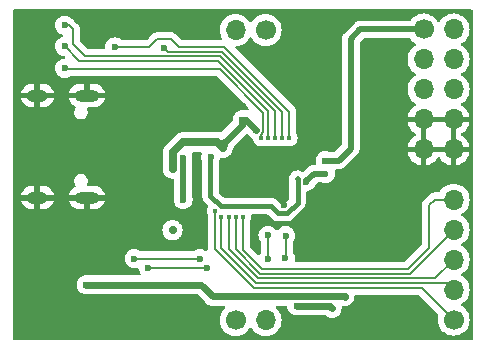
<source format=gbl>
G04 #@! TF.GenerationSoftware,KiCad,Pcbnew,8.0.5*
G04 #@! TF.CreationDate,2024-09-22T09:32:29+02:00*
G04 #@! TF.ProjectId,nPM1300-breakout,6e504d31-3330-4302-9d62-7265616b6f75,rev?*
G04 #@! TF.SameCoordinates,Original*
G04 #@! TF.FileFunction,Copper,L2,Bot*
G04 #@! TF.FilePolarity,Positive*
%FSLAX46Y46*%
G04 Gerber Fmt 4.6, Leading zero omitted, Abs format (unit mm)*
G04 Created by KiCad (PCBNEW 8.0.5) date 2024-09-22 09:32:29*
%MOMM*%
%LPD*%
G01*
G04 APERTURE LIST*
G04 #@! TA.AperFunction,ComponentPad*
%ADD10C,1.700000*%
G04 #@! TD*
G04 #@! TA.AperFunction,ComponentPad*
%ADD11O,1.700000X1.700000*%
G04 #@! TD*
G04 #@! TA.AperFunction,ComponentPad*
%ADD12O,2.100000X1.000000*%
G04 #@! TD*
G04 #@! TA.AperFunction,ComponentPad*
%ADD13O,1.800000X1.000000*%
G04 #@! TD*
G04 #@! TA.AperFunction,ViaPad*
%ADD14C,0.600000*%
G04 #@! TD*
G04 #@! TA.AperFunction,ViaPad*
%ADD15C,0.700000*%
G04 #@! TD*
G04 #@! TA.AperFunction,ViaPad*
%ADD16C,0.500000*%
G04 #@! TD*
G04 #@! TA.AperFunction,ViaPad*
%ADD17C,0.400000*%
G04 #@! TD*
G04 #@! TA.AperFunction,Conductor*
%ADD18C,0.200000*%
G04 #@! TD*
G04 #@! TA.AperFunction,Conductor*
%ADD19C,0.580000*%
G04 #@! TD*
G04 #@! TA.AperFunction,Conductor*
%ADD20C,0.600000*%
G04 #@! TD*
G04 #@! TA.AperFunction,Conductor*
%ADD21C,0.500000*%
G04 #@! TD*
G04 #@! TA.AperFunction,Conductor*
%ADD22C,0.700000*%
G04 #@! TD*
G04 #@! TA.AperFunction,Conductor*
%ADD23C,0.400000*%
G04 #@! TD*
G04 APERTURE END LIST*
D10*
X131390000Y-61930000D03*
D11*
X133930000Y-61930000D03*
X131390000Y-64470000D03*
X133930000Y-64470000D03*
X131390000Y-67010000D03*
X133930000Y-67010000D03*
X131390000Y-69550000D03*
X133930000Y-69550000D03*
X131390000Y-72090000D03*
X133930000Y-72090000D03*
D10*
X115475250Y-86540000D03*
D11*
X118015250Y-86540000D03*
D10*
X118025250Y-61960000D03*
D11*
X115485250Y-61960000D03*
D10*
X133940000Y-86490000D03*
D11*
X133940000Y-83950000D03*
X133940000Y-81410000D03*
X133940000Y-78870000D03*
X133940000Y-76330000D03*
D12*
X102880000Y-67520000D03*
X102880000Y-76160000D03*
D13*
X98700000Y-67520000D03*
X98700000Y-76160000D03*
D14*
X129840000Y-85340000D03*
X117890000Y-73390000D03*
X122260000Y-68810000D03*
X122030000Y-80260000D03*
X104820000Y-68150000D03*
X129050000Y-68450000D03*
X116830000Y-74470000D03*
X119550000Y-76760000D03*
X116830000Y-75530000D03*
X126530000Y-65720000D03*
X117890000Y-74480000D03*
X126580000Y-68550000D03*
X117890000Y-75530000D03*
X123300000Y-77330000D03*
X104700000Y-75580000D03*
X116070000Y-68400000D03*
X103660000Y-62090000D03*
X114940000Y-67780000D03*
X115750000Y-75520000D03*
X129070000Y-65800000D03*
X116830000Y-73390000D03*
X115750000Y-73390000D03*
X112850000Y-78320000D03*
X115750000Y-74470000D03*
X120650000Y-85330000D03*
X123650000Y-85540000D03*
X121451664Y-74802036D03*
X124720000Y-84540000D03*
X123080000Y-74130000D03*
X102830000Y-83530000D03*
X116030000Y-69570000D03*
X117230000Y-70400000D03*
D15*
X110160000Y-73720000D03*
X110140000Y-78920000D03*
X114400000Y-71940000D03*
D14*
X111020000Y-72770000D03*
X111040000Y-76330000D03*
X123080000Y-73030000D03*
X113370000Y-72730000D03*
D16*
X120722029Y-74620000D03*
D14*
X101000000Y-61560000D03*
D17*
X118830000Y-71120000D03*
D14*
X101000000Y-63350000D03*
D17*
X118230000Y-71120000D03*
X117630000Y-71120000D03*
D14*
X101000000Y-65210000D03*
D17*
X113750000Y-77270000D03*
X116080000Y-77780000D03*
X114250000Y-77774364D03*
X115480000Y-77780000D03*
X114880000Y-77780000D03*
D14*
X118220000Y-79360000D03*
X118220000Y-81320000D03*
X106900000Y-81320000D03*
X112480000Y-81320000D03*
X108080000Y-82100000D03*
X119700000Y-81310000D03*
X119710000Y-79390000D03*
X113050000Y-82100000D03*
X109410000Y-63460000D03*
D17*
X119430000Y-71120000D03*
D14*
X105240000Y-63400000D03*
D17*
X120030000Y-71120000D03*
D18*
X114250000Y-77774364D02*
X114250000Y-80457056D01*
X117182944Y-83390000D02*
X133380000Y-83390000D01*
X114250000Y-80457056D02*
X117182944Y-83390000D01*
X133380000Y-83390000D02*
X133940000Y-83950000D01*
X133940000Y-86490000D02*
X131240000Y-83790000D01*
X131240000Y-83790000D02*
X117017258Y-83790000D01*
X117017258Y-83790000D02*
X113710000Y-80482742D01*
X113710000Y-80482742D02*
X113710000Y-77310000D01*
X113710000Y-77310000D02*
X113750000Y-77270000D01*
X115480000Y-77780000D02*
X115480000Y-80555686D01*
X115480000Y-80555686D02*
X117514314Y-82590000D01*
X117514314Y-82590000D02*
X130210000Y-82590000D01*
X130210000Y-82590000D02*
X133930000Y-78870000D01*
X133930000Y-78870000D02*
X133940000Y-78870000D01*
X114880000Y-77780000D02*
X114880000Y-80521371D01*
X114880000Y-80521371D02*
X117348629Y-82990000D01*
X117348629Y-82990000D02*
X132360000Y-82990000D01*
X132360000Y-82990000D02*
X133940000Y-81410000D01*
D19*
X120650000Y-85330000D02*
X123440000Y-85330000D01*
X123440000Y-85330000D02*
X123650000Y-85540000D01*
D20*
X124700000Y-84520000D02*
X124720000Y-84540000D01*
D18*
X121451664Y-74802036D02*
X121451664Y-74798336D01*
D20*
X102830000Y-83530000D02*
X112550000Y-83530000D01*
X112550000Y-83530000D02*
X113540000Y-84520000D01*
D21*
X122120000Y-74130000D02*
X121451664Y-74798336D01*
X123080000Y-74130000D02*
X122120000Y-74130000D01*
D20*
X113540000Y-84520000D02*
X124700000Y-84520000D01*
D22*
X110150000Y-72340000D02*
X110150000Y-73710000D01*
D20*
X114400000Y-71630000D02*
X116030000Y-70000000D01*
X116030000Y-70000000D02*
X116030000Y-69570000D01*
D22*
X114400000Y-71940000D02*
X114400000Y-71630000D01*
D21*
X110150000Y-73710000D02*
X110160000Y-73720000D01*
D20*
X116400000Y-69570000D02*
X117230000Y-70400000D01*
D22*
X114400000Y-71940000D02*
X113930000Y-71470000D01*
X113930000Y-71470000D02*
X111020000Y-71470000D01*
D20*
X116030000Y-69570000D02*
X116400000Y-69570000D01*
D22*
X111020000Y-71470000D02*
X110150000Y-72340000D01*
D21*
X111040000Y-76330000D02*
X111040000Y-72790000D01*
X111040000Y-72790000D02*
X111020000Y-72770000D01*
X123080000Y-73030000D02*
X124210000Y-73030000D01*
X125230000Y-72010000D02*
X125230000Y-62750000D01*
X126050000Y-61930000D02*
X131390000Y-61930000D01*
X124210000Y-73030000D02*
X125230000Y-72010000D01*
X125230000Y-62750000D02*
X126050000Y-61930000D01*
D23*
X113350000Y-72750000D02*
X113350000Y-76010000D01*
X113370000Y-72730000D02*
X113350000Y-72750000D01*
X119050000Y-77460000D02*
X119839950Y-77460000D01*
X119839950Y-77460000D02*
X120722029Y-76577921D01*
X120722029Y-76577921D02*
X120722029Y-74620000D01*
X114200000Y-76860000D02*
X118450000Y-76860000D01*
X113350000Y-76010000D02*
X114200000Y-76860000D01*
X118450000Y-76860000D02*
X119050000Y-77460000D01*
D18*
X118830000Y-68848629D02*
X118630000Y-68648628D01*
X101350000Y-61560000D02*
X101000000Y-61560000D01*
X101710000Y-61920000D02*
X101350000Y-61560000D01*
X118630000Y-68648628D02*
X114191372Y-64210000D01*
X118830000Y-71120000D02*
X118830000Y-68848629D01*
X102750000Y-64210000D02*
X101710000Y-63170000D01*
X114191372Y-64210000D02*
X102750000Y-64210000D01*
X101710000Y-63170000D02*
X101710000Y-61920000D01*
X118230000Y-68814314D02*
X114025686Y-64610000D01*
X118230000Y-71120000D02*
X118230000Y-68814314D01*
X114025686Y-64610000D02*
X102260000Y-64610000D01*
X102260000Y-64610000D02*
X101000000Y-63350000D01*
X114120000Y-65270000D02*
X101060000Y-65270000D01*
X117630000Y-71120000D02*
X117630000Y-70848529D01*
X117830000Y-70648529D02*
X117830000Y-68980000D01*
X117630000Y-70848529D02*
X117830000Y-70648529D01*
X117830000Y-68980000D02*
X114120000Y-65270000D01*
X101060000Y-65270000D02*
X101000000Y-65210000D01*
X132330000Y-76330000D02*
X133940000Y-76330000D01*
X116080000Y-77780000D02*
X116080000Y-80590000D01*
X131840000Y-76820000D02*
X132330000Y-76330000D01*
X117680000Y-82190000D02*
X130044314Y-82190000D01*
X131840000Y-80394314D02*
X131840000Y-76820000D01*
X116080000Y-80590000D02*
X117680000Y-82190000D01*
X130044314Y-82190000D02*
X131840000Y-80394314D01*
X118220000Y-79360000D02*
X118220000Y-81260000D01*
X112480000Y-81320000D02*
X106900000Y-81320000D01*
X119710000Y-79390000D02*
X119710000Y-81260000D01*
X113050000Y-82100000D02*
X108080000Y-82100000D01*
X119430000Y-68882943D02*
X114347057Y-63800000D01*
X114347057Y-63800000D02*
X109750000Y-63800000D01*
X119430000Y-71120000D02*
X119430000Y-68882943D01*
X109750000Y-63800000D02*
X109410000Y-63460000D01*
X117731372Y-66618629D02*
X114512743Y-63400000D01*
X120030000Y-68917258D02*
X118072742Y-66960000D01*
X110020000Y-62770000D02*
X108800000Y-62770000D01*
X108150000Y-63420000D02*
X105260000Y-63420000D01*
X114512743Y-63400000D02*
X110650000Y-63400000D01*
X108800000Y-62770000D02*
X108150000Y-63420000D01*
X105260000Y-63420000D02*
X105240000Y-63400000D01*
X118072742Y-66960000D02*
X117731372Y-66618629D01*
X110650000Y-63400000D02*
X110020000Y-62770000D01*
X120030000Y-71120000D02*
X120030000Y-68917258D01*
G04 #@! TA.AperFunction,Conductor*
G36*
X133464075Y-71897007D02*
G01*
X133430000Y-72024174D01*
X133430000Y-72155826D01*
X133464075Y-72282993D01*
X133496988Y-72340000D01*
X131823012Y-72340000D01*
X131855925Y-72282993D01*
X131890000Y-72155826D01*
X131890000Y-72024174D01*
X131855925Y-71897007D01*
X131823012Y-71840000D01*
X133496988Y-71840000D01*
X133464075Y-71897007D01*
G37*
G04 #@! TD.AperFunction*
G04 #@! TA.AperFunction,Conductor*
G36*
X131640000Y-71656988D02*
G01*
X131582993Y-71624075D01*
X131455826Y-71590000D01*
X131324174Y-71590000D01*
X131197007Y-71624075D01*
X131140000Y-71656988D01*
X131140000Y-69983012D01*
X131197007Y-70015925D01*
X131324174Y-70050000D01*
X131455826Y-70050000D01*
X131582993Y-70015925D01*
X131640000Y-69983012D01*
X131640000Y-71656988D01*
G37*
G04 #@! TD.AperFunction*
G04 #@! TA.AperFunction,Conductor*
G36*
X134180000Y-71656988D02*
G01*
X134122993Y-71624075D01*
X133995826Y-71590000D01*
X133864174Y-71590000D01*
X133737007Y-71624075D01*
X133680000Y-71656988D01*
X133680000Y-69983012D01*
X133737007Y-70015925D01*
X133864174Y-70050000D01*
X133995826Y-70050000D01*
X134122993Y-70015925D01*
X134180000Y-69983012D01*
X134180000Y-71656988D01*
G37*
G04 #@! TD.AperFunction*
G04 #@! TA.AperFunction,Conductor*
G36*
X133464075Y-69357007D02*
G01*
X133430000Y-69484174D01*
X133430000Y-69615826D01*
X133464075Y-69742993D01*
X133496988Y-69800000D01*
X131823012Y-69800000D01*
X131855925Y-69742993D01*
X131890000Y-69615826D01*
X131890000Y-69484174D01*
X131855925Y-69357007D01*
X131823012Y-69300000D01*
X133496988Y-69300000D01*
X133464075Y-69357007D01*
G37*
G04 #@! TD.AperFunction*
G04 #@! TA.AperFunction,Conductor*
G36*
X135512539Y-60250185D02*
G01*
X135558294Y-60302989D01*
X135569500Y-60354500D01*
X135569500Y-88135500D01*
X135549815Y-88202539D01*
X135497011Y-88248294D01*
X135445500Y-88259500D01*
X96734500Y-88259500D01*
X96667461Y-88239815D01*
X96621706Y-88187011D01*
X96610500Y-88135500D01*
X96610500Y-78920000D01*
X109284815Y-78920000D01*
X109303503Y-79097805D01*
X109303504Y-79097807D01*
X109358747Y-79267829D01*
X109358750Y-79267835D01*
X109448141Y-79422665D01*
X109489812Y-79468946D01*
X109567764Y-79555521D01*
X109567767Y-79555523D01*
X109567770Y-79555526D01*
X109712407Y-79660612D01*
X109875733Y-79733329D01*
X110050609Y-79770500D01*
X110050610Y-79770500D01*
X110229389Y-79770500D01*
X110229391Y-79770500D01*
X110404267Y-79733329D01*
X110567593Y-79660612D01*
X110712230Y-79555526D01*
X110726882Y-79539254D01*
X110752983Y-79510265D01*
X110831859Y-79422665D01*
X110921250Y-79267835D01*
X110976497Y-79097803D01*
X110995185Y-78920000D01*
X110976497Y-78742197D01*
X110922052Y-78574632D01*
X110921252Y-78572170D01*
X110921249Y-78572164D01*
X110831859Y-78417335D01*
X110785003Y-78365296D01*
X110712235Y-78284478D01*
X110712232Y-78284476D01*
X110712231Y-78284475D01*
X110712230Y-78284474D01*
X110567593Y-78179388D01*
X110404267Y-78106671D01*
X110404265Y-78106670D01*
X110276594Y-78079533D01*
X110229391Y-78069500D01*
X110050609Y-78069500D01*
X110019954Y-78076015D01*
X109875733Y-78106670D01*
X109875728Y-78106672D01*
X109712408Y-78179387D01*
X109567768Y-78284475D01*
X109448140Y-78417336D01*
X109358750Y-78572164D01*
X109358747Y-78572170D01*
X109303504Y-78742192D01*
X109303503Y-78742194D01*
X109284815Y-78920000D01*
X96610500Y-78920000D01*
X96610500Y-75910000D01*
X97330138Y-75910000D01*
X98133012Y-75910000D01*
X98115795Y-75919940D01*
X98059940Y-75975795D01*
X98020444Y-76044204D01*
X98000000Y-76120504D01*
X98000000Y-76199496D01*
X98020444Y-76275796D01*
X98059940Y-76344205D01*
X98115795Y-76400060D01*
X98133012Y-76410000D01*
X97330138Y-76410000D01*
X97338430Y-76451690D01*
X97338430Y-76451692D01*
X97413807Y-76633671D01*
X97413814Y-76633684D01*
X97523248Y-76797462D01*
X97523251Y-76797466D01*
X97662533Y-76936748D01*
X97662537Y-76936751D01*
X97826315Y-77046185D01*
X97826328Y-77046192D01*
X98008306Y-77121569D01*
X98008318Y-77121572D01*
X98201504Y-77159999D01*
X98201508Y-77160000D01*
X98450000Y-77160000D01*
X98450000Y-76460000D01*
X98950000Y-76460000D01*
X98950000Y-77160000D01*
X99198492Y-77160000D01*
X99198495Y-77159999D01*
X99391681Y-77121572D01*
X99391693Y-77121569D01*
X99573671Y-77046192D01*
X99573684Y-77046185D01*
X99737462Y-76936751D01*
X99737466Y-76936748D01*
X99876748Y-76797466D01*
X99876751Y-76797462D01*
X99986185Y-76633684D01*
X99986192Y-76633671D01*
X100061569Y-76451692D01*
X100061569Y-76451690D01*
X100069862Y-76410000D01*
X99266988Y-76410000D01*
X99284205Y-76400060D01*
X99340060Y-76344205D01*
X99379556Y-76275796D01*
X99400000Y-76199496D01*
X99400000Y-76120504D01*
X99379556Y-76044204D01*
X99340060Y-75975795D01*
X99284205Y-75919940D01*
X99266988Y-75910000D01*
X100069862Y-75910000D01*
X101360138Y-75910000D01*
X102163012Y-75910000D01*
X102145795Y-75919940D01*
X102089940Y-75975795D01*
X102050444Y-76044204D01*
X102030000Y-76120504D01*
X102030000Y-76199496D01*
X102050444Y-76275796D01*
X102089940Y-76344205D01*
X102145795Y-76400060D01*
X102163012Y-76410000D01*
X101360138Y-76410000D01*
X101368430Y-76451690D01*
X101368430Y-76451692D01*
X101443807Y-76633671D01*
X101443814Y-76633684D01*
X101553248Y-76797462D01*
X101553251Y-76797466D01*
X101692533Y-76936748D01*
X101692537Y-76936751D01*
X101856315Y-77046185D01*
X101856328Y-77046192D01*
X102038306Y-77121569D01*
X102038318Y-77121572D01*
X102231504Y-77159999D01*
X102231508Y-77160000D01*
X102630000Y-77160000D01*
X102630000Y-76460000D01*
X103130000Y-76460000D01*
X103130000Y-77160000D01*
X103528492Y-77160000D01*
X103528495Y-77159999D01*
X103721681Y-77121572D01*
X103721693Y-77121569D01*
X103903671Y-77046192D01*
X103903684Y-77046185D01*
X104067462Y-76936751D01*
X104067466Y-76936748D01*
X104206748Y-76797466D01*
X104206751Y-76797462D01*
X104316185Y-76633684D01*
X104316192Y-76633671D01*
X104391569Y-76451692D01*
X104391569Y-76451690D01*
X104399862Y-76410000D01*
X103596988Y-76410000D01*
X103614205Y-76400060D01*
X103670060Y-76344205D01*
X103709556Y-76275796D01*
X103730000Y-76199496D01*
X103730000Y-76120504D01*
X103709556Y-76044204D01*
X103670060Y-75975795D01*
X103614205Y-75919940D01*
X103596988Y-75910000D01*
X104399862Y-75910000D01*
X104391569Y-75868309D01*
X104391569Y-75868307D01*
X104316192Y-75686328D01*
X104316185Y-75686315D01*
X104206751Y-75522537D01*
X104206748Y-75522533D01*
X104067466Y-75383251D01*
X104067462Y-75383248D01*
X103903684Y-75273814D01*
X103903671Y-75273807D01*
X103721693Y-75198430D01*
X103721681Y-75198427D01*
X103528495Y-75160000D01*
X103011045Y-75160000D01*
X102944006Y-75140315D01*
X102898251Y-75087511D01*
X102888307Y-75018353D01*
X102903658Y-74974000D01*
X102916279Y-74952138D01*
X102916281Y-74952135D01*
X102955500Y-74805766D01*
X102955500Y-74654234D01*
X102916281Y-74507865D01*
X102840515Y-74376635D01*
X102733365Y-74269485D01*
X102652600Y-74222855D01*
X102602136Y-74193719D01*
X102528950Y-74174109D01*
X102455766Y-74154500D01*
X102304234Y-74154500D01*
X102157863Y-74193719D01*
X102026635Y-74269485D01*
X102026632Y-74269487D01*
X101919487Y-74376632D01*
X101919485Y-74376635D01*
X101843719Y-74507863D01*
X101813674Y-74619997D01*
X101804500Y-74654234D01*
X101804500Y-74805766D01*
X101821851Y-74870521D01*
X101843719Y-74952136D01*
X101868430Y-74994936D01*
X101919485Y-75083365D01*
X101919486Y-75083366D01*
X101923549Y-75090403D01*
X101921346Y-75091674D01*
X101941959Y-75144983D01*
X101927923Y-75213428D01*
X101879112Y-75263420D01*
X101865845Y-75269866D01*
X101856324Y-75273809D01*
X101856315Y-75273814D01*
X101692537Y-75383248D01*
X101692533Y-75383251D01*
X101553251Y-75522533D01*
X101553248Y-75522537D01*
X101443814Y-75686315D01*
X101443807Y-75686328D01*
X101368430Y-75868307D01*
X101368430Y-75868309D01*
X101360138Y-75910000D01*
X100069862Y-75910000D01*
X100061569Y-75868309D01*
X100061569Y-75868307D01*
X99986192Y-75686328D01*
X99986185Y-75686315D01*
X99876751Y-75522537D01*
X99876748Y-75522533D01*
X99737466Y-75383251D01*
X99737462Y-75383248D01*
X99573684Y-75273814D01*
X99573671Y-75273807D01*
X99391693Y-75198430D01*
X99391681Y-75198427D01*
X99198495Y-75160000D01*
X98950000Y-75160000D01*
X98950000Y-75860000D01*
X98450000Y-75860000D01*
X98450000Y-75160000D01*
X98201504Y-75160000D01*
X98008318Y-75198427D01*
X98008306Y-75198430D01*
X97826328Y-75273807D01*
X97826315Y-75273814D01*
X97662537Y-75383248D01*
X97662533Y-75383251D01*
X97523251Y-75522533D01*
X97523248Y-75522537D01*
X97413814Y-75686315D01*
X97413807Y-75686328D01*
X97338430Y-75868307D01*
X97338430Y-75868309D01*
X97330138Y-75910000D01*
X96610500Y-75910000D01*
X96610500Y-67270000D01*
X97330138Y-67270000D01*
X98133012Y-67270000D01*
X98115795Y-67279940D01*
X98059940Y-67335795D01*
X98020444Y-67404204D01*
X98000000Y-67480504D01*
X98000000Y-67559496D01*
X98020444Y-67635796D01*
X98059940Y-67704205D01*
X98115795Y-67760060D01*
X98133012Y-67770000D01*
X97330138Y-67770000D01*
X97338430Y-67811690D01*
X97338430Y-67811692D01*
X97413807Y-67993671D01*
X97413814Y-67993684D01*
X97523248Y-68157462D01*
X97523251Y-68157466D01*
X97662533Y-68296748D01*
X97662537Y-68296751D01*
X97826315Y-68406185D01*
X97826328Y-68406192D01*
X98008306Y-68481569D01*
X98008318Y-68481572D01*
X98201504Y-68519999D01*
X98201508Y-68520000D01*
X98450000Y-68520000D01*
X98450000Y-67820000D01*
X98950000Y-67820000D01*
X98950000Y-68520000D01*
X99198492Y-68520000D01*
X99198495Y-68519999D01*
X99391681Y-68481572D01*
X99391693Y-68481569D01*
X99573671Y-68406192D01*
X99573684Y-68406185D01*
X99737462Y-68296751D01*
X99737466Y-68296748D01*
X99876748Y-68157466D01*
X99876751Y-68157462D01*
X99986185Y-67993684D01*
X99986192Y-67993671D01*
X100061569Y-67811692D01*
X100061569Y-67811690D01*
X100069862Y-67770000D01*
X99266988Y-67770000D01*
X99284205Y-67760060D01*
X99340060Y-67704205D01*
X99379556Y-67635796D01*
X99400000Y-67559496D01*
X99400000Y-67480504D01*
X99379556Y-67404204D01*
X99340060Y-67335795D01*
X99284205Y-67279940D01*
X99266988Y-67270000D01*
X100069862Y-67270000D01*
X101360138Y-67270000D01*
X102163012Y-67270000D01*
X102145795Y-67279940D01*
X102089940Y-67335795D01*
X102050444Y-67404204D01*
X102030000Y-67480504D01*
X102030000Y-67559496D01*
X102050444Y-67635796D01*
X102089940Y-67704205D01*
X102145795Y-67760060D01*
X102163012Y-67770000D01*
X101360138Y-67770000D01*
X101368430Y-67811690D01*
X101368430Y-67811692D01*
X101443807Y-67993671D01*
X101443814Y-67993684D01*
X101553248Y-68157462D01*
X101553251Y-68157466D01*
X101692533Y-68296748D01*
X101692537Y-68296751D01*
X101856315Y-68406185D01*
X101856328Y-68406192D01*
X101865838Y-68410131D01*
X101920243Y-68453970D01*
X101942310Y-68520264D01*
X101925033Y-68587963D01*
X101921350Y-68593405D01*
X101919485Y-68596634D01*
X101919485Y-68596635D01*
X101912390Y-68608922D01*
X101843719Y-68727863D01*
X101812544Y-68844212D01*
X101804500Y-68874234D01*
X101804500Y-69025766D01*
X101815746Y-69067738D01*
X101843719Y-69172136D01*
X101860546Y-69201280D01*
X101919485Y-69303365D01*
X102026635Y-69410515D01*
X102140281Y-69476129D01*
X102154215Y-69484174D01*
X102157865Y-69486281D01*
X102304234Y-69525500D01*
X102304236Y-69525500D01*
X102455764Y-69525500D01*
X102455766Y-69525500D01*
X102602135Y-69486281D01*
X102733365Y-69410515D01*
X102840515Y-69303365D01*
X102916281Y-69172135D01*
X102955500Y-69025766D01*
X102955500Y-68874234D01*
X102916281Y-68727865D01*
X102916279Y-68727861D01*
X102903658Y-68706000D01*
X102887185Y-68638099D01*
X102910038Y-68572073D01*
X102964959Y-68528882D01*
X103011045Y-68520000D01*
X103528492Y-68520000D01*
X103528495Y-68519999D01*
X103721681Y-68481572D01*
X103721693Y-68481569D01*
X103903671Y-68406192D01*
X103903684Y-68406185D01*
X104067462Y-68296751D01*
X104067466Y-68296748D01*
X104206748Y-68157466D01*
X104206751Y-68157462D01*
X104316185Y-67993684D01*
X104316192Y-67993671D01*
X104391569Y-67811692D01*
X104391569Y-67811690D01*
X104399862Y-67770000D01*
X103596988Y-67770000D01*
X103614205Y-67760060D01*
X103670060Y-67704205D01*
X103709556Y-67635796D01*
X103730000Y-67559496D01*
X103730000Y-67480504D01*
X103709556Y-67404204D01*
X103670060Y-67335795D01*
X103614205Y-67279940D01*
X103596988Y-67270000D01*
X104399862Y-67270000D01*
X104391569Y-67228309D01*
X104391569Y-67228307D01*
X104316192Y-67046328D01*
X104316185Y-67046315D01*
X104206751Y-66882537D01*
X104206748Y-66882533D01*
X104067466Y-66743251D01*
X104067462Y-66743248D01*
X103903684Y-66633814D01*
X103903671Y-66633807D01*
X103721693Y-66558430D01*
X103721681Y-66558427D01*
X103528495Y-66520000D01*
X103130000Y-66520000D01*
X103130000Y-67220000D01*
X102630000Y-67220000D01*
X102630000Y-66520000D01*
X102231504Y-66520000D01*
X102038318Y-66558427D01*
X102038306Y-66558430D01*
X101856328Y-66633807D01*
X101856315Y-66633814D01*
X101692537Y-66743248D01*
X101692533Y-66743251D01*
X101553251Y-66882533D01*
X101553248Y-66882537D01*
X101443814Y-67046315D01*
X101443807Y-67046328D01*
X101368430Y-67228307D01*
X101368430Y-67228309D01*
X101360138Y-67270000D01*
X100069862Y-67270000D01*
X100061569Y-67228309D01*
X100061569Y-67228307D01*
X99986192Y-67046328D01*
X99986185Y-67046315D01*
X99876751Y-66882537D01*
X99876748Y-66882533D01*
X99737466Y-66743251D01*
X99737462Y-66743248D01*
X99573684Y-66633814D01*
X99573671Y-66633807D01*
X99391693Y-66558430D01*
X99391681Y-66558427D01*
X99198495Y-66520000D01*
X98950000Y-66520000D01*
X98950000Y-67220000D01*
X98450000Y-67220000D01*
X98450000Y-66520000D01*
X98201504Y-66520000D01*
X98008318Y-66558427D01*
X98008306Y-66558430D01*
X97826328Y-66633807D01*
X97826315Y-66633814D01*
X97662537Y-66743248D01*
X97662533Y-66743251D01*
X97523251Y-66882533D01*
X97523248Y-66882537D01*
X97413814Y-67046315D01*
X97413807Y-67046328D01*
X97338430Y-67228307D01*
X97338430Y-67228309D01*
X97330138Y-67270000D01*
X96610500Y-67270000D01*
X96610500Y-61559996D01*
X100194435Y-61559996D01*
X100194435Y-61560003D01*
X100214630Y-61739249D01*
X100214631Y-61739254D01*
X100274211Y-61909523D01*
X100336746Y-62009046D01*
X100370184Y-62062262D01*
X100497738Y-62189816D01*
X100650478Y-62285789D01*
X100650480Y-62285790D01*
X100799568Y-62337959D01*
X100856344Y-62378680D01*
X100882091Y-62443633D01*
X100868635Y-62512195D01*
X100820247Y-62562597D01*
X100799568Y-62572041D01*
X100650480Y-62624209D01*
X100497737Y-62720184D01*
X100370184Y-62847737D01*
X100274211Y-63000476D01*
X100214631Y-63170745D01*
X100214630Y-63170750D01*
X100194435Y-63349996D01*
X100194435Y-63350003D01*
X100214630Y-63529249D01*
X100214631Y-63529254D01*
X100274211Y-63699523D01*
X100327391Y-63784158D01*
X100370184Y-63852262D01*
X100497738Y-63979816D01*
X100650478Y-64075789D01*
X100820745Y-64135368D01*
X100907669Y-64145161D01*
X100972080Y-64172226D01*
X100981465Y-64180700D01*
X101002348Y-64201583D01*
X101035833Y-64262906D01*
X101030849Y-64332598D01*
X100988977Y-64388531D01*
X100928551Y-64412484D01*
X100820749Y-64424630D01*
X100820745Y-64424631D01*
X100650476Y-64484211D01*
X100497737Y-64580184D01*
X100370184Y-64707737D01*
X100274211Y-64860476D01*
X100214631Y-65030745D01*
X100214630Y-65030750D01*
X100194435Y-65209996D01*
X100194435Y-65210003D01*
X100214630Y-65389249D01*
X100214631Y-65389254D01*
X100274211Y-65559523D01*
X100323789Y-65638425D01*
X100370184Y-65712262D01*
X100497738Y-65839816D01*
X100576819Y-65889506D01*
X100604372Y-65906819D01*
X100650478Y-65935789D01*
X100820739Y-65995366D01*
X100820745Y-65995368D01*
X100820750Y-65995369D01*
X100999996Y-66015565D01*
X101000000Y-66015565D01*
X101000004Y-66015565D01*
X101179249Y-65995369D01*
X101179251Y-65995368D01*
X101179255Y-65995368D01*
X101179258Y-65995366D01*
X101179262Y-65995366D01*
X101269377Y-65963832D01*
X101349522Y-65935789D01*
X101423181Y-65889505D01*
X101489153Y-65870500D01*
X113819903Y-65870500D01*
X113886942Y-65890185D01*
X113907584Y-65906819D01*
X116558584Y-68557819D01*
X116592069Y-68619142D01*
X116587085Y-68688834D01*
X116545213Y-68744767D01*
X116479749Y-68769184D01*
X116470903Y-68769500D01*
X116081915Y-68769500D01*
X116068031Y-68768720D01*
X116030002Y-68764435D01*
X116029998Y-68764435D01*
X115991969Y-68768720D01*
X115978085Y-68769500D01*
X115951152Y-68769500D01*
X115911994Y-68777288D01*
X115901696Y-68778890D01*
X115850742Y-68784632D01*
X115850735Y-68784634D01*
X115826898Y-68792975D01*
X115810140Y-68797550D01*
X115796502Y-68800263D01*
X115796496Y-68800264D01*
X115747631Y-68820504D01*
X115741140Y-68822982D01*
X115680477Y-68844210D01*
X115680474Y-68844212D01*
X115670127Y-68850713D01*
X115651639Y-68860266D01*
X115650832Y-68860600D01*
X115650824Y-68860604D01*
X115596047Y-68897204D01*
X115593132Y-68899092D01*
X115527742Y-68940180D01*
X115527735Y-68940186D01*
X115400186Y-69067735D01*
X115400180Y-69067742D01*
X115359092Y-69133132D01*
X115357204Y-69136047D01*
X115320604Y-69190824D01*
X115320600Y-69190832D01*
X115320266Y-69191639D01*
X115310713Y-69210127D01*
X115304212Y-69220474D01*
X115304210Y-69220477D01*
X115282982Y-69281140D01*
X115280504Y-69287631D01*
X115260264Y-69336496D01*
X115260263Y-69336502D01*
X115257550Y-69350140D01*
X115252975Y-69366898D01*
X115244634Y-69390735D01*
X115244632Y-69390742D01*
X115238890Y-69441696D01*
X115237288Y-69451994D01*
X115229500Y-69491152D01*
X115229500Y-69518085D01*
X115228720Y-69531969D01*
X115224435Y-69569998D01*
X115224435Y-69570003D01*
X115228228Y-69603668D01*
X115216173Y-69672489D01*
X115192689Y-69705232D01*
X114281379Y-70616541D01*
X114220056Y-70650026D01*
X114169508Y-70650478D01*
X114055675Y-70627836D01*
X114013767Y-70619500D01*
X110936233Y-70619500D01*
X110936228Y-70619500D01*
X110771925Y-70652182D01*
X110771913Y-70652185D01*
X110726583Y-70670962D01*
X110617143Y-70716292D01*
X110617130Y-70716299D01*
X110477838Y-70809372D01*
X110477834Y-70809375D01*
X109489375Y-71797834D01*
X109489372Y-71797838D01*
X109396297Y-71937133D01*
X109396296Y-71937136D01*
X109366456Y-72009178D01*
X109366456Y-72009179D01*
X109332184Y-72091917D01*
X109332182Y-72091925D01*
X109299500Y-72256228D01*
X109299500Y-73793771D01*
X109332182Y-73958074D01*
X109332184Y-73958082D01*
X109396295Y-74112860D01*
X109456201Y-74202515D01*
X109460487Y-74209407D01*
X109468142Y-74222666D01*
X109468279Y-74222855D01*
X109479013Y-74236656D01*
X109489373Y-74252160D01*
X109489376Y-74252164D01*
X109540554Y-74303342D01*
X109545007Y-74308033D01*
X109587770Y-74355526D01*
X109587773Y-74355529D01*
X109599355Y-74363943D01*
X109605131Y-74368405D01*
X109607833Y-74370622D01*
X109607836Y-74370624D01*
X109607838Y-74370626D01*
X109614719Y-74375224D01*
X109618695Y-74377995D01*
X109732408Y-74460613D01*
X109774882Y-74479523D01*
X109895733Y-74533329D01*
X110070609Y-74570500D01*
X110070610Y-74570500D01*
X110165500Y-74570500D01*
X110232539Y-74590185D01*
X110278294Y-74642989D01*
X110289500Y-74694500D01*
X110289500Y-76030028D01*
X110282542Y-76070982D01*
X110254631Y-76150747D01*
X110234435Y-76329996D01*
X110234435Y-76330003D01*
X110254630Y-76509249D01*
X110254631Y-76509254D01*
X110314211Y-76679523D01*
X110385931Y-76793664D01*
X110410184Y-76832262D01*
X110537738Y-76959816D01*
X110690478Y-77055789D01*
X110820055Y-77101130D01*
X110860745Y-77115368D01*
X110860750Y-77115369D01*
X111039996Y-77135565D01*
X111040000Y-77135565D01*
X111040004Y-77135565D01*
X111219249Y-77115369D01*
X111219252Y-77115368D01*
X111219255Y-77115368D01*
X111389522Y-77055789D01*
X111542262Y-76959816D01*
X111669816Y-76832262D01*
X111765789Y-76679522D01*
X111825368Y-76509255D01*
X111827896Y-76486818D01*
X111845565Y-76330003D01*
X111845565Y-76329996D01*
X111829388Y-76186421D01*
X111825368Y-76150745D01*
X111797458Y-76070982D01*
X111790500Y-76030028D01*
X111790500Y-73012812D01*
X111797459Y-72971857D01*
X111805368Y-72949255D01*
X111822984Y-72792908D01*
X111825565Y-72770003D01*
X111825565Y-72769996D01*
X111805369Y-72590750D01*
X111805366Y-72590737D01*
X111768526Y-72485455D01*
X111764964Y-72415676D01*
X111799692Y-72355049D01*
X111861686Y-72322821D01*
X111885567Y-72320500D01*
X112490436Y-72320500D01*
X112557475Y-72340185D01*
X112603230Y-72392989D01*
X112613174Y-72462147D01*
X112607478Y-72485455D01*
X112584631Y-72550745D01*
X112584630Y-72550750D01*
X112564435Y-72729996D01*
X112564435Y-72730003D01*
X112584630Y-72909249D01*
X112584633Y-72909262D01*
X112642541Y-73074749D01*
X112649500Y-73115704D01*
X112649500Y-75941006D01*
X112649500Y-76078994D01*
X112649500Y-76078996D01*
X112649499Y-76078996D01*
X112676418Y-76214322D01*
X112676421Y-76214332D01*
X112729222Y-76341807D01*
X112805887Y-76456545D01*
X112805888Y-76456546D01*
X113119992Y-76770649D01*
X113153477Y-76831972D01*
X113148493Y-76901663D01*
X113134364Y-76928766D01*
X113125183Y-76942067D01*
X113125182Y-76942068D01*
X113064860Y-77101125D01*
X113064859Y-77101130D01*
X113044355Y-77270000D01*
X113064859Y-77438870D01*
X113064860Y-77438875D01*
X113101442Y-77535331D01*
X113109500Y-77579302D01*
X113109500Y-80396072D01*
X113109499Y-80396090D01*
X113109499Y-80545770D01*
X113089814Y-80612809D01*
X113037010Y-80658564D01*
X112967852Y-80668508D01*
X112919527Y-80650764D01*
X112829523Y-80594211D01*
X112659254Y-80534631D01*
X112659249Y-80534630D01*
X112480004Y-80514435D01*
X112479996Y-80514435D01*
X112300750Y-80534630D01*
X112300745Y-80534631D01*
X112130476Y-80594211D01*
X111977736Y-80690185D01*
X111974903Y-80692445D01*
X111972724Y-80693334D01*
X111971842Y-80693889D01*
X111971744Y-80693734D01*
X111910217Y-80718855D01*
X111897588Y-80719500D01*
X107482412Y-80719500D01*
X107415373Y-80699815D01*
X107405097Y-80692445D01*
X107402263Y-80690185D01*
X107402262Y-80690184D01*
X107345496Y-80654515D01*
X107249523Y-80594211D01*
X107079254Y-80534631D01*
X107079249Y-80534630D01*
X106900004Y-80514435D01*
X106899996Y-80514435D01*
X106720750Y-80534630D01*
X106720745Y-80534631D01*
X106550476Y-80594211D01*
X106397737Y-80690184D01*
X106270184Y-80817737D01*
X106174211Y-80970476D01*
X106114631Y-81140745D01*
X106114630Y-81140750D01*
X106094435Y-81319996D01*
X106094435Y-81320003D01*
X106114630Y-81499249D01*
X106114631Y-81499254D01*
X106174211Y-81669523D01*
X106270184Y-81822262D01*
X106397738Y-81949816D01*
X106550478Y-82045789D01*
X106670636Y-82087834D01*
X106720745Y-82105368D01*
X106720750Y-82105369D01*
X106899996Y-82125565D01*
X106900000Y-82125565D01*
X106900004Y-82125565D01*
X107079249Y-82105369D01*
X107079250Y-82105368D01*
X107079255Y-82105368D01*
X107120848Y-82090813D01*
X107190623Y-82087251D01*
X107251251Y-82121978D01*
X107283480Y-82183971D01*
X107285022Y-82193971D01*
X107294630Y-82279250D01*
X107294631Y-82279254D01*
X107354211Y-82449524D01*
X107410765Y-82539527D01*
X107429766Y-82606764D01*
X107409399Y-82673599D01*
X107356131Y-82718814D01*
X107305772Y-82729500D01*
X102881915Y-82729500D01*
X102868031Y-82728720D01*
X102830002Y-82724435D01*
X102829998Y-82724435D01*
X102791969Y-82728720D01*
X102778085Y-82729500D01*
X102751152Y-82729500D01*
X102711994Y-82737288D01*
X102701696Y-82738890D01*
X102650742Y-82744632D01*
X102650735Y-82744634D01*
X102626898Y-82752975D01*
X102610140Y-82757550D01*
X102596502Y-82760263D01*
X102596496Y-82760264D01*
X102547631Y-82780504D01*
X102541140Y-82782982D01*
X102480477Y-82804210D01*
X102480474Y-82804212D01*
X102470127Y-82810713D01*
X102451639Y-82820266D01*
X102450832Y-82820600D01*
X102450824Y-82820604D01*
X102396047Y-82857204D01*
X102393132Y-82859092D01*
X102327742Y-82900180D01*
X102327735Y-82900186D01*
X102200186Y-83027735D01*
X102200180Y-83027742D01*
X102159092Y-83093132D01*
X102157204Y-83096047D01*
X102120604Y-83150824D01*
X102120600Y-83150832D01*
X102120266Y-83151639D01*
X102110713Y-83170127D01*
X102104212Y-83180474D01*
X102104210Y-83180477D01*
X102082982Y-83241140D01*
X102080504Y-83247631D01*
X102060264Y-83296496D01*
X102060263Y-83296502D01*
X102057550Y-83310140D01*
X102052975Y-83326898D01*
X102044634Y-83350735D01*
X102044632Y-83350742D01*
X102038890Y-83401696D01*
X102037288Y-83411994D01*
X102029500Y-83451152D01*
X102029500Y-83478085D01*
X102028720Y-83491969D01*
X102024435Y-83529998D01*
X102024435Y-83530001D01*
X102028720Y-83568029D01*
X102029500Y-83581914D01*
X102029500Y-83608844D01*
X102037288Y-83648003D01*
X102038890Y-83658303D01*
X102044632Y-83709255D01*
X102044632Y-83709257D01*
X102044633Y-83709258D01*
X102052976Y-83733104D01*
X102057550Y-83749860D01*
X102060262Y-83763496D01*
X102080509Y-83812377D01*
X102082988Y-83818872D01*
X102104212Y-83879524D01*
X102110709Y-83889865D01*
X102120268Y-83908365D01*
X102120603Y-83909173D01*
X102120605Y-83909179D01*
X102157223Y-83963982D01*
X102159114Y-83966900D01*
X102200180Y-84032257D01*
X102200182Y-84032260D01*
X102200184Y-84032262D01*
X102327738Y-84159816D01*
X102393131Y-84200905D01*
X102396040Y-84202790D01*
X102450821Y-84239394D01*
X102451606Y-84239719D01*
X102470134Y-84249289D01*
X102480478Y-84255789D01*
X102541175Y-84277028D01*
X102547607Y-84279484D01*
X102576021Y-84291253D01*
X102596497Y-84299735D01*
X102596498Y-84299735D01*
X102596503Y-84299737D01*
X102610139Y-84302449D01*
X102626898Y-84307023D01*
X102650745Y-84315368D01*
X102701714Y-84321110D01*
X102711992Y-84322709D01*
X102739140Y-84328109D01*
X102751157Y-84330500D01*
X102751158Y-84330500D01*
X102778085Y-84330500D01*
X102791969Y-84331280D01*
X102829998Y-84335565D01*
X102830000Y-84335565D01*
X102830002Y-84335565D01*
X102868031Y-84331280D01*
X102881915Y-84330500D01*
X112167060Y-84330500D01*
X112234099Y-84350185D01*
X112254741Y-84366819D01*
X112918211Y-85030289D01*
X113006347Y-85118425D01*
X113029712Y-85141790D01*
X113160814Y-85229390D01*
X113160821Y-85229394D01*
X113248687Y-85265789D01*
X113306502Y-85289737D01*
X113429224Y-85314148D01*
X113461152Y-85320499D01*
X113461155Y-85320500D01*
X113461157Y-85320500D01*
X113461158Y-85320500D01*
X114485491Y-85320500D01*
X114552530Y-85340185D01*
X114598285Y-85392989D01*
X114608229Y-85462147D01*
X114579204Y-85525703D01*
X114573172Y-85532181D01*
X114436755Y-85668597D01*
X114301215Y-85862169D01*
X114301214Y-85862171D01*
X114201348Y-86076335D01*
X114201344Y-86076344D01*
X114140188Y-86304586D01*
X114140186Y-86304596D01*
X114119591Y-86539999D01*
X114119591Y-86540000D01*
X114140186Y-86775403D01*
X114140188Y-86775413D01*
X114201344Y-87003655D01*
X114201346Y-87003659D01*
X114201347Y-87003663D01*
X114281254Y-87175023D01*
X114301215Y-87217830D01*
X114301217Y-87217834D01*
X114401740Y-87361395D01*
X114436755Y-87411401D01*
X114603849Y-87578495D01*
X114700634Y-87646265D01*
X114797415Y-87714032D01*
X114797417Y-87714033D01*
X114797420Y-87714035D01*
X115011587Y-87813903D01*
X115239842Y-87875063D01*
X115428168Y-87891539D01*
X115475249Y-87895659D01*
X115475250Y-87895659D01*
X115475251Y-87895659D01*
X115514484Y-87892226D01*
X115710658Y-87875063D01*
X115938913Y-87813903D01*
X116153080Y-87714035D01*
X116346651Y-87578495D01*
X116513745Y-87411401D01*
X116643675Y-87225842D01*
X116698252Y-87182217D01*
X116767750Y-87175023D01*
X116830105Y-87206546D01*
X116846825Y-87225842D01*
X116976750Y-87411395D01*
X116976755Y-87411401D01*
X117143849Y-87578495D01*
X117240634Y-87646265D01*
X117337415Y-87714032D01*
X117337417Y-87714033D01*
X117337420Y-87714035D01*
X117551587Y-87813903D01*
X117779842Y-87875063D01*
X117968168Y-87891539D01*
X118015249Y-87895659D01*
X118015250Y-87895659D01*
X118015251Y-87895659D01*
X118054484Y-87892226D01*
X118250658Y-87875063D01*
X118478913Y-87813903D01*
X118693080Y-87714035D01*
X118886651Y-87578495D01*
X119053745Y-87411401D01*
X119189285Y-87217830D01*
X119289153Y-87003663D01*
X119350313Y-86775408D01*
X119370909Y-86540000D01*
X119350313Y-86304592D01*
X119300986Y-86120500D01*
X119289155Y-86076344D01*
X119289154Y-86076343D01*
X119289153Y-86076337D01*
X119189285Y-85862171D01*
X119183674Y-85854158D01*
X119053746Y-85668600D01*
X119003743Y-85618597D01*
X118917325Y-85532179D01*
X118883842Y-85470859D01*
X118888826Y-85401167D01*
X118930697Y-85345233D01*
X118996162Y-85320816D01*
X119005008Y-85320500D01*
X119732551Y-85320500D01*
X119799590Y-85340185D01*
X119845345Y-85392989D01*
X119855771Y-85430617D01*
X119864630Y-85509249D01*
X119864631Y-85509254D01*
X119924211Y-85679523D01*
X120007559Y-85812169D01*
X120020184Y-85832262D01*
X120147738Y-85959816D01*
X120221984Y-86006468D01*
X120253616Y-86026344D01*
X120300478Y-86055789D01*
X120359201Y-86076337D01*
X120470745Y-86115368D01*
X120470750Y-86115369D01*
X120649996Y-86135565D01*
X120650000Y-86135565D01*
X120650003Y-86135565D01*
X120739819Y-86125444D01*
X120776785Y-86121279D01*
X120790667Y-86120500D01*
X123047060Y-86120500D01*
X123114099Y-86140185D01*
X123134741Y-86156819D01*
X123147738Y-86169816D01*
X123238080Y-86226582D01*
X123282648Y-86254586D01*
X123300478Y-86265789D01*
X123411371Y-86304592D01*
X123470745Y-86325368D01*
X123470750Y-86325369D01*
X123649996Y-86345565D01*
X123650000Y-86345565D01*
X123650004Y-86345565D01*
X123829249Y-86325369D01*
X123829252Y-86325368D01*
X123829255Y-86325368D01*
X123999522Y-86265789D01*
X124152262Y-86169816D01*
X124279816Y-86042262D01*
X124375789Y-85889522D01*
X124435368Y-85719255D01*
X124439845Y-85679522D01*
X124455565Y-85540003D01*
X124455565Y-85539997D01*
X124447385Y-85467400D01*
X124459439Y-85398578D01*
X124506788Y-85347199D01*
X124574398Y-85329574D01*
X124584460Y-85330293D01*
X124591722Y-85331111D01*
X124601995Y-85332710D01*
X124623818Y-85337051D01*
X124641156Y-85340500D01*
X124641157Y-85340500D01*
X124668085Y-85340500D01*
X124681969Y-85341280D01*
X124719998Y-85345565D01*
X124720000Y-85345565D01*
X124720002Y-85345565D01*
X124758031Y-85341280D01*
X124771915Y-85340500D01*
X124798841Y-85340500D01*
X124798842Y-85340500D01*
X124838017Y-85332707D01*
X124848283Y-85331110D01*
X124899255Y-85325368D01*
X124923107Y-85317020D01*
X124939852Y-85312450D01*
X124953497Y-85309737D01*
X125002382Y-85289487D01*
X125008852Y-85287017D01*
X125069522Y-85265789D01*
X125079860Y-85259292D01*
X125098389Y-85249719D01*
X125099179Y-85249393D01*
X125153965Y-85212784D01*
X125156827Y-85210930D01*
X125222262Y-85169816D01*
X125349816Y-85042262D01*
X125390939Y-84976811D01*
X125392784Y-84973965D01*
X125429393Y-84919179D01*
X125429719Y-84918389D01*
X125439293Y-84899859D01*
X125445789Y-84889522D01*
X125467017Y-84828852D01*
X125469493Y-84822368D01*
X125489737Y-84773497D01*
X125492450Y-84759852D01*
X125497020Y-84743107D01*
X125505368Y-84719255D01*
X125511110Y-84668283D01*
X125512707Y-84658017D01*
X125520500Y-84618842D01*
X125520500Y-84591914D01*
X125521280Y-84578029D01*
X125525565Y-84540001D01*
X125524256Y-84528386D01*
X125536309Y-84459564D01*
X125583657Y-84408184D01*
X125647476Y-84390500D01*
X130939903Y-84390500D01*
X131006942Y-84410185D01*
X131027584Y-84426819D01*
X132607233Y-86006468D01*
X132640718Y-86067791D01*
X132639327Y-86126241D01*
X132604939Y-86254583D01*
X132604936Y-86254596D01*
X132584341Y-86489999D01*
X132584341Y-86490000D01*
X132604936Y-86725403D01*
X132604938Y-86725413D01*
X132666094Y-86953655D01*
X132666096Y-86953659D01*
X132666097Y-86953663D01*
X132689413Y-87003664D01*
X132765965Y-87167830D01*
X132765967Y-87167834D01*
X132793074Y-87206546D01*
X132901505Y-87361401D01*
X133068599Y-87528495D01*
X133140011Y-87578498D01*
X133262165Y-87664032D01*
X133262167Y-87664033D01*
X133262170Y-87664035D01*
X133476337Y-87763903D01*
X133704592Y-87825063D01*
X133892918Y-87841539D01*
X133939999Y-87845659D01*
X133940000Y-87845659D01*
X133940001Y-87845659D01*
X133979234Y-87842226D01*
X134175408Y-87825063D01*
X134403663Y-87763903D01*
X134617830Y-87664035D01*
X134811401Y-87528495D01*
X134978495Y-87361401D01*
X135114035Y-87167830D01*
X135213903Y-86953663D01*
X135275063Y-86725408D01*
X135295659Y-86490000D01*
X135275063Y-86254592D01*
X135213903Y-86026337D01*
X135114035Y-85812171D01*
X135021155Y-85679523D01*
X134978494Y-85618597D01*
X134811402Y-85451506D01*
X134811396Y-85451501D01*
X134625842Y-85321575D01*
X134582217Y-85266998D01*
X134575023Y-85197500D01*
X134606546Y-85135145D01*
X134625842Y-85118425D01*
X134734611Y-85042264D01*
X134811401Y-84988495D01*
X134978495Y-84821401D01*
X135114035Y-84627830D01*
X135213903Y-84413663D01*
X135275063Y-84185408D01*
X135295659Y-83950000D01*
X135275063Y-83714592D01*
X135213903Y-83486337D01*
X135114035Y-83272171D01*
X135049832Y-83180478D01*
X134978494Y-83078597D01*
X134811402Y-82911506D01*
X134811396Y-82911501D01*
X134625842Y-82781575D01*
X134582217Y-82726998D01*
X134575023Y-82657500D01*
X134606546Y-82595145D01*
X134625842Y-82578425D01*
X134809931Y-82449524D01*
X134811401Y-82448495D01*
X134978495Y-82281401D01*
X135114035Y-82087830D01*
X135213903Y-81873663D01*
X135275063Y-81645408D01*
X135295659Y-81410000D01*
X135295658Y-81409994D01*
X135286910Y-81310000D01*
X135275063Y-81174592D01*
X135223107Y-80980688D01*
X135213905Y-80946344D01*
X135213904Y-80946343D01*
X135213903Y-80946337D01*
X135114035Y-80732171D01*
X135103455Y-80717060D01*
X134978494Y-80538597D01*
X134811402Y-80371506D01*
X134811396Y-80371501D01*
X134625842Y-80241575D01*
X134582217Y-80186998D01*
X134575023Y-80117500D01*
X134606546Y-80055145D01*
X134625842Y-80038425D01*
X134738154Y-79959783D01*
X134811401Y-79908495D01*
X134978495Y-79741401D01*
X135114035Y-79547830D01*
X135213903Y-79333663D01*
X135275063Y-79105408D01*
X135295659Y-78870000D01*
X135275063Y-78634592D01*
X135226888Y-78454799D01*
X135213905Y-78406344D01*
X135213904Y-78406343D01*
X135213903Y-78406337D01*
X135114035Y-78192171D01*
X135106774Y-78181800D01*
X134978494Y-77998597D01*
X134811402Y-77831506D01*
X134811396Y-77831501D01*
X134625842Y-77701575D01*
X134582217Y-77646998D01*
X134575023Y-77577500D01*
X134606546Y-77515145D01*
X134625842Y-77498425D01*
X134710895Y-77438870D01*
X134811401Y-77368495D01*
X134978495Y-77201401D01*
X135114035Y-77007830D01*
X135213903Y-76793663D01*
X135275063Y-76565408D01*
X135295659Y-76330000D01*
X135275063Y-76094592D01*
X135217683Y-75880444D01*
X135213905Y-75866344D01*
X135213904Y-75866343D01*
X135213903Y-75866337D01*
X135114035Y-75652171D01*
X135114034Y-75652169D01*
X134978494Y-75458597D01*
X134811402Y-75291506D01*
X134811395Y-75291501D01*
X134786128Y-75273809D01*
X134699896Y-75213428D01*
X134617834Y-75155967D01*
X134617830Y-75155965D01*
X134606689Y-75150770D01*
X134403663Y-75056097D01*
X134403659Y-75056096D01*
X134403655Y-75056094D01*
X134175413Y-74994938D01*
X134175403Y-74994936D01*
X133940001Y-74974341D01*
X133939999Y-74974341D01*
X133704596Y-74994936D01*
X133704586Y-74994938D01*
X133476344Y-75056094D01*
X133476335Y-75056098D01*
X133262171Y-75155964D01*
X133262169Y-75155965D01*
X133068597Y-75291505D01*
X132901506Y-75458596D01*
X132765965Y-75652170D01*
X132765962Y-75652175D01*
X132763289Y-75657909D01*
X132717115Y-75710346D01*
X132650909Y-75729500D01*
X132416670Y-75729500D01*
X132416654Y-75729499D01*
X132409058Y-75729499D01*
X132250943Y-75729499D01*
X132174579Y-75749961D01*
X132098214Y-75770423D01*
X132098209Y-75770426D01*
X131961290Y-75849475D01*
X131961282Y-75849481D01*
X131464217Y-76346546D01*
X131464214Y-76346548D01*
X131464215Y-76346549D01*
X131359477Y-76451287D01*
X131338966Y-76486816D01*
X131338965Y-76486818D01*
X131280423Y-76588215D01*
X131239499Y-76740943D01*
X131239499Y-76740945D01*
X131239499Y-76909046D01*
X131239500Y-76909059D01*
X131239500Y-80094217D01*
X131219815Y-80161256D01*
X131203181Y-80181898D01*
X129831898Y-81553181D01*
X129770575Y-81586666D01*
X129744217Y-81589500D01*
X120612829Y-81589500D01*
X120545790Y-81569815D01*
X120500035Y-81517011D01*
X120489609Y-81451616D01*
X120505565Y-81310002D01*
X120505565Y-81309996D01*
X120485369Y-81130750D01*
X120485368Y-81130745D01*
X120477112Y-81107151D01*
X120425789Y-80960478D01*
X120420540Y-80952125D01*
X120336099Y-80817737D01*
X120329816Y-80807738D01*
X120329815Y-80807737D01*
X120329506Y-80807245D01*
X120310500Y-80741273D01*
X120310500Y-79972412D01*
X120330185Y-79905373D01*
X120337555Y-79895097D01*
X120339810Y-79892267D01*
X120339816Y-79892262D01*
X120435789Y-79739522D01*
X120495368Y-79569255D01*
X120496915Y-79555526D01*
X120515565Y-79390003D01*
X120515565Y-79389996D01*
X120495369Y-79210750D01*
X120495368Y-79210745D01*
X120484872Y-79180750D01*
X120435789Y-79040478D01*
X120416937Y-79010476D01*
X120369669Y-78935249D01*
X120339816Y-78887738D01*
X120212262Y-78760184D01*
X120183628Y-78742192D01*
X120059523Y-78664211D01*
X119889254Y-78604631D01*
X119889249Y-78604630D01*
X119710004Y-78584435D01*
X119709996Y-78584435D01*
X119530750Y-78604630D01*
X119530745Y-78604631D01*
X119360476Y-78664211D01*
X119207737Y-78760184D01*
X119080184Y-78887737D01*
X119080181Y-78887741D01*
X119079415Y-78888961D01*
X119078715Y-78889579D01*
X119075841Y-78893184D01*
X119075209Y-78892680D01*
X119027077Y-78935249D01*
X118958023Y-78945893D01*
X118894177Y-78917514D01*
X118869432Y-78888956D01*
X118849817Y-78857739D01*
X118722262Y-78730184D01*
X118569523Y-78634211D01*
X118399254Y-78574631D01*
X118399249Y-78574630D01*
X118220004Y-78554435D01*
X118219996Y-78554435D01*
X118040750Y-78574630D01*
X118040745Y-78574631D01*
X117870476Y-78634211D01*
X117717737Y-78730184D01*
X117590184Y-78857737D01*
X117494211Y-79010476D01*
X117434631Y-79180745D01*
X117434630Y-79180750D01*
X117414435Y-79359996D01*
X117414435Y-79360003D01*
X117434630Y-79539249D01*
X117434631Y-79539254D01*
X117494211Y-79709523D01*
X117532526Y-79770500D01*
X117589037Y-79860437D01*
X117590185Y-79862263D01*
X117592445Y-79865097D01*
X117593334Y-79867275D01*
X117593889Y-79868158D01*
X117593734Y-79868255D01*
X117618855Y-79929783D01*
X117619500Y-79942412D01*
X117619500Y-80737587D01*
X117599815Y-80804626D01*
X117592450Y-80814896D01*
X117590184Y-80817737D01*
X117505742Y-80952125D01*
X117453408Y-80998415D01*
X117384354Y-81009063D01*
X117320506Y-80980688D01*
X117313068Y-80973833D01*
X117058735Y-80719500D01*
X116716819Y-80377583D01*
X116683334Y-80316260D01*
X116680500Y-80289902D01*
X116680500Y-78181800D01*
X116700185Y-78114761D01*
X116702429Y-78111389D01*
X116704818Y-78107930D01*
X116765140Y-77948872D01*
X116785645Y-77780000D01*
X116775864Y-77699447D01*
X116787324Y-77630523D01*
X116834228Y-77578737D01*
X116898960Y-77560500D01*
X118108481Y-77560500D01*
X118175520Y-77580185D01*
X118196162Y-77596819D01*
X118603453Y-78004111D01*
X118603454Y-78004112D01*
X118718190Y-78080776D01*
X118800238Y-78114761D01*
X118845671Y-78133580D01*
X118845672Y-78133580D01*
X118845677Y-78133582D01*
X118872545Y-78138925D01*
X118872551Y-78138926D01*
X118872591Y-78138934D01*
X118962937Y-78156905D01*
X118981006Y-78160500D01*
X118981007Y-78160500D01*
X119908946Y-78160500D01*
X120017407Y-78138925D01*
X120044278Y-78133580D01*
X120109245Y-78106670D01*
X120171757Y-78080777D01*
X120171758Y-78080776D01*
X120171761Y-78080775D01*
X120286493Y-78004114D01*
X121266143Y-77024464D01*
X121342804Y-76909732D01*
X121346147Y-76901663D01*
X121389306Y-76797466D01*
X121395609Y-76782249D01*
X121422529Y-76646915D01*
X121422529Y-76508927D01*
X121422529Y-75721697D01*
X121442214Y-75654658D01*
X121495018Y-75608903D01*
X121532646Y-75598477D01*
X121630913Y-75587405D01*
X121630916Y-75587404D01*
X121630919Y-75587404D01*
X121801186Y-75527825D01*
X121953926Y-75431852D01*
X122081480Y-75304298D01*
X122177453Y-75151558D01*
X122177598Y-75151141D01*
X122177832Y-75150770D01*
X122180474Y-75145284D01*
X122181091Y-75145581D01*
X122206958Y-75104408D01*
X122394550Y-74916816D01*
X122455873Y-74883334D01*
X122482230Y-74880500D01*
X122780028Y-74880500D01*
X122820983Y-74887458D01*
X122900745Y-74915368D01*
X122900750Y-74915369D01*
X123079996Y-74935565D01*
X123080000Y-74935565D01*
X123080004Y-74935565D01*
X123259249Y-74915369D01*
X123259252Y-74915368D01*
X123259255Y-74915368D01*
X123429522Y-74855789D01*
X123582262Y-74759816D01*
X123709816Y-74632262D01*
X123805789Y-74479522D01*
X123865368Y-74309255D01*
X123865775Y-74305642D01*
X123885565Y-74130003D01*
X123885565Y-74129996D01*
X123865369Y-73950750D01*
X123865367Y-73950742D01*
X123863517Y-73945454D01*
X123859956Y-73875675D01*
X123894685Y-73815048D01*
X123956678Y-73782821D01*
X123980559Y-73780500D01*
X124283920Y-73780500D01*
X124381462Y-73761096D01*
X124428913Y-73751658D01*
X124565495Y-73695084D01*
X124618277Y-73659816D01*
X124688416Y-73612952D01*
X125812952Y-72488416D01*
X125830504Y-72462147D01*
X125866508Y-72408262D01*
X125866509Y-72408260D01*
X125879138Y-72389359D01*
X125895084Y-72365495D01*
X125951658Y-72228913D01*
X125966196Y-72155826D01*
X125980500Y-72083920D01*
X125980500Y-63112229D01*
X126000185Y-63045190D01*
X126016819Y-63024548D01*
X126324548Y-62716819D01*
X126385871Y-62683334D01*
X126412229Y-62680500D01*
X130202299Y-62680500D01*
X130269338Y-62700185D01*
X130303873Y-62733376D01*
X130351505Y-62801401D01*
X130518597Y-62968493D01*
X130518603Y-62968498D01*
X130704158Y-63098425D01*
X130747783Y-63153002D01*
X130754977Y-63222500D01*
X130723454Y-63284855D01*
X130704158Y-63301575D01*
X130518597Y-63431505D01*
X130351505Y-63598597D01*
X130215965Y-63792169D01*
X130215964Y-63792171D01*
X130116098Y-64006335D01*
X130116094Y-64006344D01*
X130054938Y-64234586D01*
X130054936Y-64234596D01*
X130034341Y-64469999D01*
X130034341Y-64470000D01*
X130054936Y-64705403D01*
X130054938Y-64705413D01*
X130116094Y-64933655D01*
X130116096Y-64933659D01*
X130116097Y-64933663D01*
X130161370Y-65030750D01*
X130215965Y-65147830D01*
X130215967Y-65147834D01*
X130259499Y-65210003D01*
X130351501Y-65341396D01*
X130351506Y-65341402D01*
X130518597Y-65508493D01*
X130518603Y-65508498D01*
X130704158Y-65638425D01*
X130747783Y-65693002D01*
X130754977Y-65762500D01*
X130723454Y-65824855D01*
X130704158Y-65841575D01*
X130518597Y-65971505D01*
X130351505Y-66138597D01*
X130215965Y-66332169D01*
X130215964Y-66332171D01*
X130116098Y-66546335D01*
X130116094Y-66546344D01*
X130054938Y-66774586D01*
X130054936Y-66774596D01*
X130034341Y-67009999D01*
X130034341Y-67010000D01*
X130054936Y-67245403D01*
X130054938Y-67245413D01*
X130116094Y-67473655D01*
X130116096Y-67473659D01*
X130116097Y-67473663D01*
X130120000Y-67482032D01*
X130215965Y-67687830D01*
X130215967Y-67687834D01*
X130324281Y-67842521D01*
X130351501Y-67881396D01*
X130351506Y-67881402D01*
X130518597Y-68048493D01*
X130518603Y-68048498D01*
X130704594Y-68178730D01*
X130748219Y-68233307D01*
X130755413Y-68302805D01*
X130723890Y-68365160D01*
X130704595Y-68381880D01*
X130518922Y-68511890D01*
X130518920Y-68511891D01*
X130351891Y-68678920D01*
X130351886Y-68678926D01*
X130216400Y-68872420D01*
X130216399Y-68872422D01*
X130116570Y-69086507D01*
X130116567Y-69086513D01*
X130059364Y-69299999D01*
X130059364Y-69300000D01*
X130956988Y-69300000D01*
X130924075Y-69357007D01*
X130890000Y-69484174D01*
X130890000Y-69615826D01*
X130924075Y-69742993D01*
X130956988Y-69800000D01*
X130059364Y-69800000D01*
X130116567Y-70013486D01*
X130116570Y-70013492D01*
X130216399Y-70227578D01*
X130351894Y-70421082D01*
X130518917Y-70588105D01*
X130705031Y-70718425D01*
X130748656Y-70773003D01*
X130755848Y-70842501D01*
X130724326Y-70904856D01*
X130705031Y-70921575D01*
X130518922Y-71051890D01*
X130518920Y-71051891D01*
X130351891Y-71218920D01*
X130351886Y-71218926D01*
X130216400Y-71412420D01*
X130216399Y-71412422D01*
X130116570Y-71626507D01*
X130116567Y-71626513D01*
X130059364Y-71839999D01*
X130059364Y-71840000D01*
X130956988Y-71840000D01*
X130924075Y-71897007D01*
X130890000Y-72024174D01*
X130890000Y-72155826D01*
X130924075Y-72282993D01*
X130956988Y-72340000D01*
X130059364Y-72340000D01*
X130116567Y-72553486D01*
X130116570Y-72553492D01*
X130216399Y-72767578D01*
X130351894Y-72961082D01*
X130518917Y-73128105D01*
X130712421Y-73263600D01*
X130926507Y-73363429D01*
X130926516Y-73363433D01*
X131140000Y-73420634D01*
X131140000Y-72523012D01*
X131197007Y-72555925D01*
X131324174Y-72590000D01*
X131455826Y-72590000D01*
X131582993Y-72555925D01*
X131640000Y-72523012D01*
X131640000Y-73420633D01*
X131853483Y-73363433D01*
X131853492Y-73363429D01*
X132067578Y-73263600D01*
X132261082Y-73128105D01*
X132428105Y-72961082D01*
X132558425Y-72774968D01*
X132613002Y-72731344D01*
X132682501Y-72724151D01*
X132744855Y-72755673D01*
X132761575Y-72774968D01*
X132891894Y-72961082D01*
X133058917Y-73128105D01*
X133252421Y-73263600D01*
X133466507Y-73363429D01*
X133466516Y-73363433D01*
X133680000Y-73420634D01*
X133680000Y-72523012D01*
X133737007Y-72555925D01*
X133864174Y-72590000D01*
X133995826Y-72590000D01*
X134122993Y-72555925D01*
X134180000Y-72523012D01*
X134180000Y-73420633D01*
X134393483Y-73363433D01*
X134393492Y-73363429D01*
X134607578Y-73263600D01*
X134801082Y-73128105D01*
X134968105Y-72961082D01*
X135103600Y-72767578D01*
X135203429Y-72553492D01*
X135203432Y-72553486D01*
X135260636Y-72340000D01*
X134363012Y-72340000D01*
X134395925Y-72282993D01*
X134430000Y-72155826D01*
X134430000Y-72024174D01*
X134395925Y-71897007D01*
X134363012Y-71840000D01*
X135260636Y-71840000D01*
X135260635Y-71839999D01*
X135203432Y-71626513D01*
X135203429Y-71626507D01*
X135103600Y-71412422D01*
X135103599Y-71412420D01*
X134968113Y-71218926D01*
X134968108Y-71218920D01*
X134801082Y-71051894D01*
X134614968Y-70921575D01*
X134571344Y-70866998D01*
X134564151Y-70797499D01*
X134595673Y-70735145D01*
X134614968Y-70718425D01*
X134801082Y-70588105D01*
X134968105Y-70421082D01*
X135103600Y-70227578D01*
X135203429Y-70013492D01*
X135203432Y-70013486D01*
X135260636Y-69800000D01*
X134363012Y-69800000D01*
X134395925Y-69742993D01*
X134430000Y-69615826D01*
X134430000Y-69484174D01*
X134395925Y-69357007D01*
X134363012Y-69300000D01*
X135260636Y-69300000D01*
X135260635Y-69299999D01*
X135203432Y-69086513D01*
X135203429Y-69086507D01*
X135103600Y-68872422D01*
X135103599Y-68872420D01*
X134968113Y-68678926D01*
X134968108Y-68678920D01*
X134801078Y-68511890D01*
X134615405Y-68381879D01*
X134571780Y-68327302D01*
X134564588Y-68257804D01*
X134596110Y-68195449D01*
X134615406Y-68178730D01*
X134645780Y-68157462D01*
X134801401Y-68048495D01*
X134968495Y-67881401D01*
X135104035Y-67687830D01*
X135203903Y-67473663D01*
X135265063Y-67245408D01*
X135285659Y-67010000D01*
X135265063Y-66774592D01*
X135207143Y-66558430D01*
X135203905Y-66546344D01*
X135203904Y-66546343D01*
X135203903Y-66546337D01*
X135104035Y-66332171D01*
X135098425Y-66324158D01*
X134968494Y-66138597D01*
X134801402Y-65971506D01*
X134801396Y-65971501D01*
X134615842Y-65841575D01*
X134572217Y-65786998D01*
X134565023Y-65717500D01*
X134596546Y-65655145D01*
X134615842Y-65638425D01*
X134638026Y-65622891D01*
X134801401Y-65508495D01*
X134968495Y-65341401D01*
X135104035Y-65147830D01*
X135203903Y-64933663D01*
X135265063Y-64705408D01*
X135285659Y-64470000D01*
X135265063Y-64234592D01*
X135203903Y-64006337D01*
X135104035Y-63792171D01*
X135098425Y-63784158D01*
X134968494Y-63598597D01*
X134801402Y-63431506D01*
X134801396Y-63431501D01*
X134615842Y-63301575D01*
X134572217Y-63246998D01*
X134565023Y-63177500D01*
X134596546Y-63115145D01*
X134615842Y-63098425D01*
X134721349Y-63024548D01*
X134801401Y-62968495D01*
X134968495Y-62801401D01*
X135104035Y-62607830D01*
X135203903Y-62393663D01*
X135265063Y-62165408D01*
X135285659Y-61930000D01*
X135283867Y-61909523D01*
X135281539Y-61882918D01*
X135265063Y-61694592D01*
X135203903Y-61466337D01*
X135104035Y-61252171D01*
X135098425Y-61244158D01*
X134968494Y-61058597D01*
X134801402Y-60891506D01*
X134801395Y-60891501D01*
X134607834Y-60755967D01*
X134607830Y-60755965D01*
X134604549Y-60754435D01*
X134393663Y-60656097D01*
X134393659Y-60656096D01*
X134393655Y-60656094D01*
X134165413Y-60594938D01*
X134165403Y-60594936D01*
X133930001Y-60574341D01*
X133929999Y-60574341D01*
X133694596Y-60594936D01*
X133694586Y-60594938D01*
X133466344Y-60656094D01*
X133466335Y-60656098D01*
X133252171Y-60755964D01*
X133252169Y-60755965D01*
X133058597Y-60891505D01*
X132891505Y-61058597D01*
X132761575Y-61244158D01*
X132706998Y-61287783D01*
X132637500Y-61294977D01*
X132575145Y-61263454D01*
X132558425Y-61244158D01*
X132428494Y-61058597D01*
X132261402Y-60891506D01*
X132261395Y-60891501D01*
X132067834Y-60755967D01*
X132067830Y-60755965D01*
X132064549Y-60754435D01*
X131853663Y-60656097D01*
X131853659Y-60656096D01*
X131853655Y-60656094D01*
X131625413Y-60594938D01*
X131625403Y-60594936D01*
X131390001Y-60574341D01*
X131389999Y-60574341D01*
X131154596Y-60594936D01*
X131154586Y-60594938D01*
X130926344Y-60656094D01*
X130926335Y-60656098D01*
X130712171Y-60755964D01*
X130712169Y-60755965D01*
X130518597Y-60891505D01*
X130351506Y-61058596D01*
X130303874Y-61126623D01*
X130249297Y-61170248D01*
X130202299Y-61179500D01*
X125976080Y-61179500D01*
X125831092Y-61208340D01*
X125831082Y-61208343D01*
X125694507Y-61264914D01*
X125599771Y-61328215D01*
X125599770Y-61328216D01*
X125571581Y-61347050D01*
X125571580Y-61347051D01*
X124647050Y-62271580D01*
X124647044Y-62271588D01*
X124597812Y-62345268D01*
X124597813Y-62345269D01*
X124564921Y-62394496D01*
X124564914Y-62394508D01*
X124508342Y-62531086D01*
X124508340Y-62531092D01*
X124479500Y-62676079D01*
X124479500Y-71647770D01*
X124459815Y-71714809D01*
X124443181Y-71735451D01*
X123935451Y-72243181D01*
X123874128Y-72276666D01*
X123847770Y-72279500D01*
X123379972Y-72279500D01*
X123339017Y-72272542D01*
X123259254Y-72244631D01*
X123259249Y-72244630D01*
X123080004Y-72224435D01*
X123079996Y-72224435D01*
X122900750Y-72244630D01*
X122900745Y-72244631D01*
X122730476Y-72304211D01*
X122577737Y-72400184D01*
X122450184Y-72527737D01*
X122354211Y-72680476D01*
X122294631Y-72850745D01*
X122294630Y-72850750D01*
X122274435Y-73029996D01*
X122274435Y-73030003D01*
X122294630Y-73209249D01*
X122294632Y-73209257D01*
X122296483Y-73214546D01*
X122300044Y-73284325D01*
X122265315Y-73344952D01*
X122203322Y-73377179D01*
X122179441Y-73379500D01*
X122046080Y-73379500D01*
X121901092Y-73408340D01*
X121901082Y-73408343D01*
X121764511Y-73464912D01*
X121764499Y-73464919D01*
X121725337Y-73491087D01*
X121725336Y-73491088D01*
X121641582Y-73547049D01*
X121641581Y-73547050D01*
X121242078Y-73946552D01*
X121180755Y-73980037D01*
X121111063Y-73975053D01*
X121088424Y-73963864D01*
X121049722Y-73939545D01*
X120890085Y-73883685D01*
X120722032Y-73864751D01*
X120722026Y-73864751D01*
X120553972Y-73883685D01*
X120394334Y-73939545D01*
X120394331Y-73939547D01*
X120251144Y-74029518D01*
X120251138Y-74029523D01*
X120131552Y-74149109D01*
X120131547Y-74149115D01*
X120041576Y-74292302D01*
X120041574Y-74292305D01*
X119985714Y-74451943D01*
X119966780Y-74619997D01*
X119966780Y-74620002D01*
X119985715Y-74788059D01*
X119985715Y-74788061D01*
X120014570Y-74870521D01*
X120021529Y-74911476D01*
X120021529Y-76236402D01*
X120001844Y-76303441D01*
X119985210Y-76324083D01*
X119586112Y-76723181D01*
X119524789Y-76756666D01*
X119498431Y-76759500D01*
X119391519Y-76759500D01*
X119324480Y-76739815D01*
X119303838Y-76723181D01*
X118896546Y-76315888D01*
X118896545Y-76315887D01*
X118781807Y-76239222D01*
X118654332Y-76186421D01*
X118654322Y-76186418D01*
X118518996Y-76159500D01*
X118518994Y-76159500D01*
X118518993Y-76159500D01*
X114541519Y-76159500D01*
X114474480Y-76139815D01*
X114453838Y-76123181D01*
X114086819Y-75756162D01*
X114053334Y-75694839D01*
X114050500Y-75668481D01*
X114050500Y-73187321D01*
X114069506Y-73121349D01*
X114095789Y-73079522D01*
X114155368Y-72909255D01*
X114156762Y-72896877D01*
X114183828Y-72832464D01*
X114241422Y-72792908D01*
X114305763Y-72789470D01*
X114310609Y-72790500D01*
X114310611Y-72790500D01*
X114489389Y-72790500D01*
X114489391Y-72790500D01*
X114570663Y-72773224D01*
X114572068Y-72772935D01*
X114648082Y-72757816D01*
X114648087Y-72757813D01*
X114653913Y-72756046D01*
X114654057Y-72756521D01*
X114663088Y-72753711D01*
X114664251Y-72753332D01*
X114664267Y-72753329D01*
X114734329Y-72722134D01*
X114737212Y-72720895D01*
X114802863Y-72693703D01*
X114803390Y-72693350D01*
X114821865Y-72683162D01*
X114822684Y-72682796D01*
X114827593Y-72680612D01*
X114884505Y-72639261D01*
X114888388Y-72636555D01*
X114942162Y-72600626D01*
X114947164Y-72595622D01*
X114961956Y-72582989D01*
X114972230Y-72575526D01*
X115014994Y-72528030D01*
X115019428Y-72523358D01*
X115060626Y-72482162D01*
X115068118Y-72470946D01*
X115079071Y-72456866D01*
X115091859Y-72442665D01*
X115120610Y-72392863D01*
X115124887Y-72385987D01*
X115153700Y-72342867D01*
X115153703Y-72342863D01*
X115161320Y-72324469D01*
X115168488Y-72309936D01*
X115181250Y-72287835D01*
X115192346Y-72253683D01*
X115199289Y-72236707D01*
X115207214Y-72220808D01*
X115329478Y-71851284D01*
X115359518Y-71802558D01*
X116342322Y-70819755D01*
X116403641Y-70786273D01*
X116473333Y-70791257D01*
X116517680Y-70819758D01*
X116727738Y-71029816D01*
X116793137Y-71070909D01*
X116796046Y-71072794D01*
X116850821Y-71109393D01*
X116851611Y-71109720D01*
X116870136Y-71119290D01*
X116876182Y-71123090D01*
X116878740Y-71124697D01*
X116925028Y-71177034D01*
X116935858Y-71214739D01*
X116944859Y-71288869D01*
X116944860Y-71288874D01*
X117005182Y-71447931D01*
X117005682Y-71448655D01*
X117101817Y-71587929D01*
X117169364Y-71647770D01*
X117229150Y-71700736D01*
X117375581Y-71777589D01*
X117379775Y-71779790D01*
X117544944Y-71820500D01*
X117715056Y-71820500D01*
X117880225Y-71779790D01*
X117880230Y-71779787D01*
X117886028Y-71777589D01*
X117955691Y-71772222D01*
X117973972Y-71777589D01*
X117979772Y-71779788D01*
X117979775Y-71779790D01*
X118144944Y-71820500D01*
X118315056Y-71820500D01*
X118480225Y-71779790D01*
X118480230Y-71779787D01*
X118486028Y-71777589D01*
X118555691Y-71772222D01*
X118573972Y-71777589D01*
X118579772Y-71779788D01*
X118579775Y-71779790D01*
X118744944Y-71820500D01*
X118915056Y-71820500D01*
X119080225Y-71779790D01*
X119080230Y-71779787D01*
X119086028Y-71777589D01*
X119155691Y-71772222D01*
X119173972Y-71777589D01*
X119179772Y-71779788D01*
X119179775Y-71779790D01*
X119344944Y-71820500D01*
X119515056Y-71820500D01*
X119680225Y-71779790D01*
X119680230Y-71779787D01*
X119686028Y-71777589D01*
X119755691Y-71772222D01*
X119773972Y-71777589D01*
X119779772Y-71779788D01*
X119779775Y-71779790D01*
X119944944Y-71820500D01*
X120115056Y-71820500D01*
X120280225Y-71779790D01*
X120404035Y-71714809D01*
X120430849Y-71700736D01*
X120430850Y-71700734D01*
X120430852Y-71700734D01*
X120558183Y-71587929D01*
X120654818Y-71447930D01*
X120715140Y-71288872D01*
X120735645Y-71120000D01*
X120715140Y-70951128D01*
X120654818Y-70792070D01*
X120652448Y-70788637D01*
X120651489Y-70785727D01*
X120651331Y-70785426D01*
X120651381Y-70785399D01*
X120630567Y-70722283D01*
X120630500Y-70718199D01*
X120630500Y-69006318D01*
X120630501Y-69006305D01*
X120630501Y-68838203D01*
X120630501Y-68838201D01*
X120589577Y-68685473D01*
X120538286Y-68596635D01*
X120510520Y-68548542D01*
X120398716Y-68436738D01*
X120398715Y-68436737D01*
X120394385Y-68432407D01*
X120394374Y-68432397D01*
X118500045Y-66538068D01*
X118500043Y-66538065D01*
X118100089Y-66138110D01*
X118100088Y-66138109D01*
X115482372Y-63520394D01*
X115448887Y-63459071D01*
X115453871Y-63389379D01*
X115495743Y-63333446D01*
X115559244Y-63309185D01*
X115720658Y-63295063D01*
X115948913Y-63233903D01*
X116163080Y-63134035D01*
X116356651Y-62998495D01*
X116523745Y-62831401D01*
X116653675Y-62645842D01*
X116708252Y-62602217D01*
X116777750Y-62595023D01*
X116840105Y-62626546D01*
X116856825Y-62645842D01*
X116986750Y-62831395D01*
X116986755Y-62831401D01*
X117153849Y-62998495D01*
X117242925Y-63060867D01*
X117347415Y-63134032D01*
X117347417Y-63134033D01*
X117347420Y-63134035D01*
X117561587Y-63233903D01*
X117789842Y-63295063D01*
X117951254Y-63309185D01*
X118025249Y-63315659D01*
X118025250Y-63315659D01*
X118025251Y-63315659D01*
X118099246Y-63309185D01*
X118260658Y-63295063D01*
X118488913Y-63233903D01*
X118703080Y-63134035D01*
X118896651Y-62998495D01*
X119063745Y-62831401D01*
X119199285Y-62637830D01*
X119299153Y-62423663D01*
X119360313Y-62195408D01*
X119380909Y-61960000D01*
X119360313Y-61724592D01*
X119299153Y-61496337D01*
X119199285Y-61282171D01*
X119193675Y-61274158D01*
X119063744Y-61088597D01*
X118896652Y-60921506D01*
X118896645Y-60921501D01*
X118703084Y-60785967D01*
X118703080Y-60785965D01*
X118638745Y-60755965D01*
X118488913Y-60686097D01*
X118488909Y-60686096D01*
X118488905Y-60686094D01*
X118260663Y-60624938D01*
X118260653Y-60624936D01*
X118025251Y-60604341D01*
X118025249Y-60604341D01*
X117789846Y-60624936D01*
X117789836Y-60624938D01*
X117561594Y-60686094D01*
X117561585Y-60686098D01*
X117347421Y-60785964D01*
X117347419Y-60785965D01*
X117153847Y-60921505D01*
X116986755Y-61088597D01*
X116856825Y-61274158D01*
X116802248Y-61317783D01*
X116732750Y-61324977D01*
X116670395Y-61293454D01*
X116653675Y-61274158D01*
X116523744Y-61088597D01*
X116356652Y-60921506D01*
X116356645Y-60921501D01*
X116163084Y-60785967D01*
X116163080Y-60785965D01*
X116098745Y-60755965D01*
X115948913Y-60686097D01*
X115948909Y-60686096D01*
X115948905Y-60686094D01*
X115720663Y-60624938D01*
X115720653Y-60624936D01*
X115485251Y-60604341D01*
X115485249Y-60604341D01*
X115249846Y-60624936D01*
X115249836Y-60624938D01*
X115021594Y-60686094D01*
X115021585Y-60686098D01*
X114807421Y-60785964D01*
X114807419Y-60785965D01*
X114613847Y-60921505D01*
X114446755Y-61088597D01*
X114311215Y-61282169D01*
X114311214Y-61282171D01*
X114211348Y-61496335D01*
X114211344Y-61496344D01*
X114150188Y-61724586D01*
X114150186Y-61724596D01*
X114129591Y-61959999D01*
X114129591Y-61960000D01*
X114150186Y-62195403D01*
X114150188Y-62195413D01*
X114211344Y-62423655D01*
X114211346Y-62423659D01*
X114211347Y-62423663D01*
X114280537Y-62572041D01*
X114304344Y-62623095D01*
X114314836Y-62692173D01*
X114286316Y-62755957D01*
X114227840Y-62794196D01*
X114191962Y-62799500D01*
X110950098Y-62799500D01*
X110883059Y-62779815D01*
X110862417Y-62763181D01*
X110507590Y-62408355D01*
X110507588Y-62408352D01*
X110388717Y-62289481D01*
X110388716Y-62289480D01*
X110301904Y-62239360D01*
X110301904Y-62239359D01*
X110301900Y-62239358D01*
X110251785Y-62210423D01*
X110099057Y-62169499D01*
X109940943Y-62169499D01*
X109933347Y-62169499D01*
X109933331Y-62169500D01*
X108886669Y-62169500D01*
X108886653Y-62169499D01*
X108879057Y-62169499D01*
X108720943Y-62169499D01*
X108624270Y-62195403D01*
X108568210Y-62210424D01*
X108568209Y-62210425D01*
X108518096Y-62239359D01*
X108518095Y-62239360D01*
X108474689Y-62264420D01*
X108431285Y-62289479D01*
X108431282Y-62289481D01*
X108367537Y-62353227D01*
X108319480Y-62401284D01*
X108319478Y-62401286D01*
X108112931Y-62607834D01*
X107937584Y-62783181D01*
X107876261Y-62816666D01*
X107849903Y-62819500D01*
X105842940Y-62819500D01*
X105775901Y-62799815D01*
X105755259Y-62783181D01*
X105742262Y-62770184D01*
X105589523Y-62674211D01*
X105419254Y-62614631D01*
X105419249Y-62614630D01*
X105240004Y-62594435D01*
X105239996Y-62594435D01*
X105060750Y-62614630D01*
X105060745Y-62614631D01*
X104890476Y-62674211D01*
X104737737Y-62770184D01*
X104610184Y-62897737D01*
X104514211Y-63050476D01*
X104454631Y-63220745D01*
X104454630Y-63220750D01*
X104434435Y-63399996D01*
X104434435Y-63400002D01*
X104442504Y-63471616D01*
X104430450Y-63540438D01*
X104383101Y-63591818D01*
X104319284Y-63609500D01*
X103050097Y-63609500D01*
X102983058Y-63589815D01*
X102962416Y-63573181D01*
X102346819Y-62957584D01*
X102313334Y-62896261D01*
X102310500Y-62869903D01*
X102310500Y-62009059D01*
X102310501Y-62009046D01*
X102310501Y-61840945D01*
X102310501Y-61840943D01*
X102269577Y-61688215D01*
X102240639Y-61638095D01*
X102190520Y-61551284D01*
X102078716Y-61439480D01*
X102078715Y-61439479D01*
X102074385Y-61435149D01*
X102074374Y-61435139D01*
X101837590Y-61198355D01*
X101837588Y-61198352D01*
X101718717Y-61079481D01*
X101718709Y-61079475D01*
X101616936Y-61020717D01*
X101616935Y-61020717D01*
X101581785Y-61000423D01*
X101581783Y-61000422D01*
X101574747Y-60996360D01*
X101575746Y-60994628D01*
X101548495Y-60976417D01*
X101502262Y-60930184D01*
X101349523Y-60834211D01*
X101179254Y-60774631D01*
X101179249Y-60774630D01*
X101000004Y-60754435D01*
X100999996Y-60754435D01*
X100820750Y-60774630D01*
X100820745Y-60774631D01*
X100650476Y-60834211D01*
X100497737Y-60930184D01*
X100370184Y-61057737D01*
X100274211Y-61210476D01*
X100214631Y-61380745D01*
X100214630Y-61380750D01*
X100194435Y-61559996D01*
X96610500Y-61559996D01*
X96610500Y-60354500D01*
X96630185Y-60287461D01*
X96682989Y-60241706D01*
X96734500Y-60230500D01*
X135445500Y-60230500D01*
X135512539Y-60250185D01*
G37*
G04 #@! TD.AperFunction*
G04 #@! TA.AperFunction,Conductor*
G36*
X114477071Y-71145905D02*
G01*
X114479428Y-71147726D01*
X114887882Y-71556180D01*
X114891309Y-71564453D01*
X114890717Y-71568128D01*
X114727302Y-72062018D01*
X114721450Y-72068796D01*
X114712519Y-72069451D01*
X114711745Y-72069164D01*
X114399349Y-71940730D01*
X114399302Y-71940683D01*
X114399293Y-71940707D01*
X114089001Y-71811218D01*
X114082687Y-71804870D01*
X114082710Y-71795915D01*
X114083414Y-71794505D01*
X114461062Y-71150081D01*
X114468200Y-71144678D01*
X114477071Y-71145905D01*
G37*
G04 #@! TD.AperFunction*
M02*

</source>
